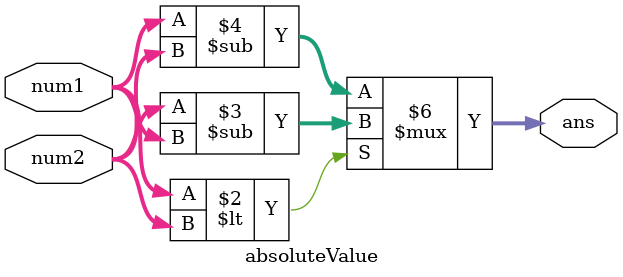
<source format=v>
`timescale 1ns / 1ps


module absoluteValue(
    input [6:0] num1,
    input [6:0] num2,
    output reg [6:0] ans
    );
    
    
    always @ (*)
        begin
            if (num1 < num2)
                begin
                    ans = num2 - num1;
                end
            else 
                begin
                    ans = num1 - num2;
                end
            end
    
endmodule

</source>
